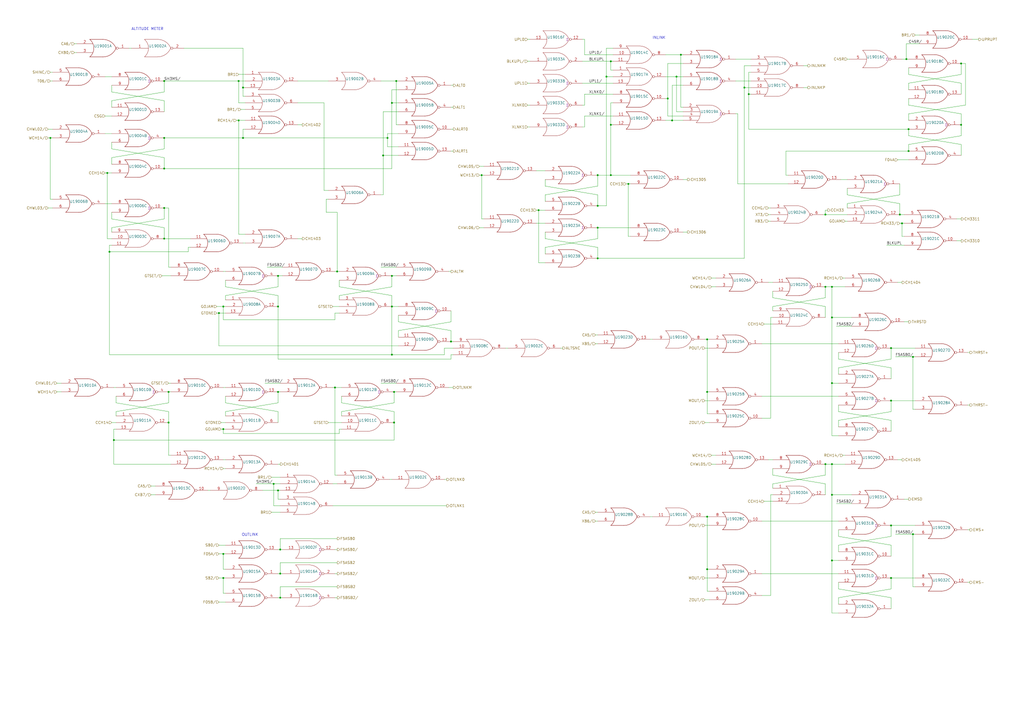
<source format=kicad_sch>
(kicad_sch (version 20211123) (generator eeschema)
  (paper "A2")
  (junction (at 138.43 46.99))
  (junction (at 529.59 309.88))
  (junction (at 224.79 80.01))
  (junction (at 63.5 146.05))
  (junction (at 95.25 46.99))
  (junction (at 222.25 90.17))
  (junction (at 389.89 69.85))
  (junction (at 346.71 132.08))
  (junction (at 161.29 284.48))
  (junction (at 351.79 44.45))
  (junction (at 158.75 280.67))
  (junction (at 62.23 100.33))
  (junction (at 527.05 87.63))
  (junction (at 410.21 227.33))
  (junction (at 161.29 160.02))
  (junction (at 431.8 50.8))
  (junction (at 161.29 177.8))
  (junction (at 346.71 149.86))
  (junction (at 227.33 160.02))
  (junction (at 392.43 44.45))
  (junction (at 410.21 330.2))
  (junction (at 194.31 224.79))
  (junction (at 482.6 287.02))
  (junction (at 129.54 335.28))
  (junction (at 482.6 269.24))
  (junction (at 29.21 80.01))
  (junction (at 95.25 138.43))
  (junction (at 527.05 74.93))
  (junction (at 97.79 245.11))
  (junction (at 478.79 166.37))
  (junction (at 410.21 299.72))
  (junction (at 66.04 255.27))
  (junction (at 482.6 222.25))
  (junction (at 229.87 46.99))
  (junction (at 138.43 69.85))
  (junction (at 516.89 335.28))
  (junction (at 127 181.61))
  (junction (at 227.33 177.8))
  (junction (at 261.62 198.12))
  (junction (at 557.53 36.83))
  (junction (at 516.89 232.41))
  (junction (at 482.6 325.12))
  (junction (at 482.6 184.15))
  (junction (at 346.71 101.6))
  (junction (at 227.33 205.74))
  (junction (at 279.4 101.6))
  (junction (at 478.79 269.24))
  (junction (at 523.24 129.54))
  (junction (at 525.78 34.29))
  (junction (at 129.54 177.8))
  (junction (at 228.6 245.11))
  (junction (at 195.58 157.48))
  (junction (at 557.53 72.39))
  (junction (at 346.71 119.38))
  (junction (at 228.6 227.33))
  (junction (at 410.21 196.85))
  (junction (at 129.54 321.31))
  (junction (at 95.25 97.79))
  (junction (at 434.34 54.61))
  (junction (at 97.79 227.33))
  (junction (at 529.59 207.01))
  (junction (at 354.33 72.39))
  (junction (at 364.49 106.68))
  (junction (at 354.33 101.6))
  (junction (at 161.29 227.33))
  (junction (at 95.25 80.01))
  (junction (at 162.56 346.71))
  (junction (at 140.97 80.01))
  (junction (at 227.33 59.69))
  (junction (at 140.97 50.8))
  (junction (at 354.33 35.56))
  (junction (at 312.42 121.92))
  (junction (at 162.56 318.77))
  (junction (at 516.89 304.8))
  (junction (at 482.6 166.37))
  (junction (at 478.79 124.46))
  (junction (at 129.54 248.92))
  (junction (at 162.56 332.74))
  (junction (at 394.97 31.75))
  (junction (at 387.35 57.15))
  (junction (at 521.97 124.46))
  (junction (at 516.89 201.93))
  (junction (at 95.25 120.65))
  (wire (pts (xy 339.09 60.96) (xy 337.82 60.96)))
  (wire (pts (xy 557.53 43.18) (xy 527.05 48.26)))
  (wire (pts (xy 194.31 157.48) (xy 195.58 157.48)))
  (wire (pts (xy 445.77 120.65) (xy 447.04 120.65)))
  (wire (pts (xy 441.96 242.57) (xy 447.04 242.57)))
  (wire (pts (xy 523.24 129.54) (xy 523.24 137.16)))
  (wire (pts (xy 448.31 177.8) (xy 448.31 180.34)))
  (wire (pts (xy 60.96 100.33) (xy 62.23 100.33)))
  (wire (pts (xy 339.09 60.96) (xy 339.09 54.61)))
  (wire (pts (xy 138.43 69.85) (xy 138.43 135.89)))
  (wire (pts (xy 527.05 186.69) (xy 524.51 186.69)))
  (wire (pts (xy 410.21 196.85) (xy 410.21 227.33)))
  (wire (pts (xy 521.97 118.11) (xy 521.97 124.46)))
  (wire (pts (xy 162.56 346.71) (xy 163.83 346.71)))
  (wire (pts (xy 477.52 124.46) (xy 478.79 124.46)))
  (wire (pts (xy 261.62 180.34) (xy 261.62 186.69)))
  (wire (pts (xy 224.79 80.01) (xy 224.79 85.09)))
  (wire (pts (xy 109.22 146.05) (xy 63.5 146.05)))
  (wire (pts (xy 482.6 222.25) (xy 482.6 252.73)))
  (wire (pts (xy 516.89 201.93) (xy 516.89 208.28)))
  (wire (pts (xy 162.56 318.77) (xy 163.83 318.77)))
  (wire (pts (xy 339.09 22.86) (xy 339.09 31.75)))
  (wire (pts (xy 162.56 332.74) (xy 163.83 332.74)))
  (wire (pts (xy 259.08 293.37) (xy 193.04 293.37)))
  (wire (pts (xy 346.71 107.95) (xy 316.23 113.03)))
  (wire (pts (xy 354.33 40.64) (xy 355.6 40.64)))
  (wire (pts (xy 408.94 299.72) (xy 410.21 299.72)))
  (wire (pts (xy 140.97 27.94) (xy 140.97 50.8)))
  (wire (pts (xy 64.77 86.36) (xy 64.77 82.55)))
  (wire (pts (xy 435.61 50.8) (xy 431.8 50.8)))
  (wire (pts (xy 482.6 325.12) (xy 486.41 325.12)))
  (wire (pts (xy 494.03 189.23) (xy 485.14 189.23)))
  (wire (pts (xy 74.93 27.94) (xy 76.2 27.94)))
  (wire (pts (xy 562.61 234.95) (xy 561.34 234.95)))
  (wire (pts (xy 187.96 59.69) (xy 172.72 59.69)))
  (wire (pts (xy 95.25 120.65) (xy 95.25 127)))
  (wire (pts (xy 66.04 248.92) (xy 66.04 255.27)))
  (wire (pts (xy 262.89 49.53) (xy 261.62 49.53)))
  (wire (pts (xy 311.15 121.92) (xy 312.42 121.92)))
  (wire (pts (xy 346.71 132.08) (xy 365.76 132.08)))
  (wire (pts (xy 486.41 208.28) (xy 516.89 213.36)))
  (wire (pts (xy 486.41 316.23) (xy 486.41 320.04)))
  (wire (pts (xy 354.33 59.69) (xy 354.33 72.39)))
  (wire (pts (xy 227.33 171.45) (xy 196.85 166.37)))
  (wire (pts (xy 95.25 138.43) (xy 110.49 138.43)))
  (wire (pts (xy 229.87 46.99) (xy 229.87 72.39)))
  (wire (pts (xy 415.29 269.24) (xy 412.75 269.24)))
  (wire (pts (xy 129.54 177.8) (xy 130.81 177.8)))
  (wire (pts (xy 262.89 87.63) (xy 261.62 87.63)))
  (wire (pts (xy 227.33 171.45) (xy 227.33 177.8)))
  (wire (pts (xy 337.82 22.86) (xy 339.09 22.86)))
  (wire (pts (xy 486.41 346.71) (xy 486.41 350.52)))
  (wire (pts (xy 261.62 208.28) (xy 161.29 208.28)))
  (wire (pts (xy 516.89 304.8) (xy 530.86 304.8)))
  (wire (pts (xy 427.99 66.04) (xy 427.99 106.68)))
  (wire (pts (xy 562.61 337.82) (xy 561.34 337.82)))
  (wire (pts (xy 227.33 59.69) (xy 227.33 97.79)))
  (wire (pts (xy 346.71 143.51) (xy 346.71 149.86)))
  (wire (pts (xy 396.24 104.14) (xy 398.78 104.14)))
  (wire (pts (xy 129.54 321.31) (xy 130.81 321.31)))
  (wire (pts (xy 138.43 46.99) (xy 138.43 59.69)))
  (wire (pts (xy 434.34 74.93) (xy 527.05 74.93)))
  (wire (pts (xy 95.25 64.77) (xy 95.25 58.42)))
  (wire (pts (xy 410.21 342.9) (xy 411.48 342.9)))
  (wire (pts (xy 64.77 58.42) (xy 64.77 62.23)))
  (wire (pts (xy 392.43 44.45) (xy 392.43 64.77)))
  (wire (pts (xy 346.71 132.08) (xy 346.71 138.43)))
  (wire (pts (xy 527.05 43.18) (xy 527.05 39.37)))
  (wire (pts (xy 441.96 199.39) (xy 486.41 199.39)))
  (wire (pts (xy 312.42 121.92) (xy 312.42 152.4)))
  (wire (pts (xy 278.13 101.6) (xy 279.4 101.6)))
  (wire (pts (xy 157.48 297.18) (xy 162.56 297.18)))
  (wire (pts (xy 527.05 60.96) (xy 527.05 57.15)))
  (wire (pts (xy 109.22 143.51) (xy 109.22 146.05)))
  (wire (pts (xy 63.5 205.74) (xy 227.33 205.74)))
  (wire (pts (xy 392.43 64.77) (xy 396.24 64.77)))
  (wire (pts (xy 408.94 347.98) (xy 411.48 347.98)))
  (wire (pts (xy 161.29 160.02) (xy 163.83 160.02)))
  (wire (pts (xy 523.24 34.29) (xy 525.78 34.29)))
  (wire (pts (xy 161.29 284.48) (xy 161.29 289.56)))
  (wire (pts (xy 231.14 186.69) (xy 231.14 182.88)))
  (wire (pts (xy 138.43 46.99) (xy 142.24 46.99)))
  (wire (pts (xy 195.58 157.48) (xy 195.58 123.19)))
  (wire (pts (xy 43.18 30.48) (xy 44.45 30.48)))
  (wire (pts (xy 278.13 132.08) (xy 280.67 132.08)))
  (wire (pts (xy 227.33 160.02) (xy 227.33 166.37)))
  (wire (pts (xy 60.96 77.47) (xy 64.77 77.47)))
  (wire (pts (xy 125.73 177.8) (xy 129.54 177.8)))
  (wire (pts (xy 394.97 62.23) (xy 396.24 62.23)))
  (wire (pts (xy 523.24 137.16) (xy 524.51 137.16)))
  (wire (pts (xy 161.29 177.8) (xy 161.29 208.28)))
  (wire (pts (xy 408.94 304.8) (xy 411.48 304.8)))
  (wire (pts (xy 228.6 238.76) (xy 198.12 233.68)))
  (wire (pts (xy 516.89 316.23) (xy 516.89 322.58)))
  (wire (pts (xy 140.97 140.97) (xy 142.24 140.97)))
  (wire (pts (xy 415.29 264.16) (xy 412.75 264.16)))
  (wire (pts (xy 560.07 60.96) (xy 560.07 36.83)))
  (wire (pts (xy 478.79 269.24) (xy 482.6 269.24)))
  (wire (pts (xy 66.04 248.92) (xy 67.31 248.92)))
  (wire (pts (xy 448.31 290.83) (xy 443.23 290.83)))
  (wire (pts (xy 410.21 299.72) (xy 410.21 330.2)))
  (wire (pts (xy 227.33 97.79) (xy 95.25 97.79)))
  (wire (pts (xy 140.97 50.8) (xy 140.97 55.88)))
  (wire (pts (xy 445.77 266.7) (xy 448.31 266.7)))
  (wire (pts (xy 426.72 46.99) (xy 435.61 46.99)))
  (wire (pts (xy 490.22 264.16) (xy 488.95 264.16)))
  (wire (pts (xy 161.29 166.37) (xy 130.81 171.45)))
  (wire (pts (xy 127 181.61) (xy 130.81 181.61)))
  (wire (pts (xy 129.54 185.42) (xy 194.31 185.42)))
  (wire (pts (xy 557.53 66.04) (xy 527.05 60.96)))
  (wire (pts (xy 128.27 245.11) (xy 130.81 245.11)))
  (wire (pts (xy 387.35 36.83) (xy 396.24 36.83)))
  (wire (pts (xy 519.43 309.88) (xy 529.59 309.88)))
  (wire (pts (xy 447.04 345.44) (xy 447.04 287.02)))
  (wire (pts (xy 494.03 287.02) (xy 482.6 287.02)))
  (wire (pts (xy 261.62 198.12) (xy 261.62 191.77)))
  (wire (pts (xy 60.96 67.31) (xy 64.77 67.31)))
  (wire (pts (xy 410.21 240.03) (xy 411.48 240.03)))
  (wire (pts (xy 312.42 121.92) (xy 316.23 121.92)))
  (wire (pts (xy 448.31 280.67) (xy 448.31 283.21)))
  (wire (pts (xy 224.79 77.47) (xy 224.79 80.01)))
  (wire (pts (xy 157.48 276.86) (xy 162.56 276.86)))
  (wire (pts (xy 354.33 35.56) (xy 354.33 40.64)))
  (wire (pts (xy 431.8 149.86) (xy 431.8 50.8)))
  (wire (pts (xy 426.72 66.04) (xy 427.99 66.04)))
  (wire (pts (xy 557.53 54.61) (xy 557.53 48.26)))
  (wire (pts (xy 148.59 280.67) (xy 158.75 280.67)))
  (wire (pts (xy 312.42 152.4) (xy 316.23 152.4)))
  (wire (pts (xy 339.09 54.61) (xy 355.6 54.61)))
  (wire (pts (xy 139.7 63.5) (xy 142.24 63.5)))
  (wire (pts (xy 130.81 166.37) (xy 130.81 162.56)))
  (wire (pts (xy 530.86 232.41) (xy 516.89 232.41)))
  (wire (pts (xy 434.34 41.91) (xy 434.34 54.61)))
  (wire (pts (xy 415.29 161.29) (xy 412.75 161.29)))
  (wire (pts (xy 95.25 132.08) (xy 64.77 127)))
  (wire (pts (xy 316.23 143.51) (xy 316.23 147.32)))
  (wire (pts (xy 261.62 157.48) (xy 260.35 157.48)))
  (wire (pts (xy 129.54 330.2) (xy 130.81 330.2)))
  (wire (pts (xy 560.07 36.83) (xy 557.53 36.83)))
  (wire (pts (xy 316.23 104.14) (xy 316.23 107.95)))
  (wire (pts (xy 306.07 22.86) (xy 307.34 22.86)))
  (wire (pts (xy 482.6 166.37) (xy 482.6 184.15)))
  (wire (pts (xy 490.22 128.27) (xy 491.49 128.27)))
  (wire (pts (xy 33.02 227.33) (xy 35.56 227.33)))
  (wire (pts (xy 346.71 297.18) (xy 345.44 297.18)))
  (wire (pts (xy 220.98 154.94) (xy 229.87 154.94)))
  (wire (pts (xy 152.4 284.48) (xy 161.29 284.48)))
  (wire (pts (xy 95.25 86.36) (xy 64.77 91.44)))
  (wire (pts (xy 519.43 207.01) (xy 529.59 207.01)))
  (wire (pts (xy 530.86 20.32) (xy 533.4 20.32)))
  (wire (pts (xy 279.4 127) (xy 280.67 127)))
  (wire (pts (xy 486.41 234.95) (xy 486.41 238.76)))
  (wire (pts (xy 441.96 345.44) (xy 447.04 345.44)))
  (wire (pts (xy 43.18 25.4) (xy 44.45 25.4)))
  (wire (pts (xy 227.33 52.07) (xy 231.14 52.07)))
  (wire (pts (xy 445.77 128.27) (xy 447.04 128.27)))
  (wire (pts (xy 27.94 80.01) (xy 29.21 80.01)))
  (wire (pts (xy 408.94 196.85) (xy 410.21 196.85)))
  (wire (pts (xy 311.15 129.54) (xy 316.23 129.54)))
  (wire (pts (xy 95.25 138.43) (xy 95.25 132.08)))
  (wire (pts (xy 567.69 22.86) (xy 563.88 22.86)))
  (wire (pts (xy 63.5 142.24) (xy 64.77 142.24)))
  (wire (pts (xy 434.34 54.61) (xy 434.34 74.93)))
  (wire (pts (xy 448.31 271.78) (xy 448.31 275.59)))
  (wire (pts (xy 162.56 318.77) (xy 162.56 312.42)))
  (wire (pts (xy 478.79 269.24) (xy 478.79 275.59)))
  (wire (pts (xy 491.49 113.03) (xy 521.97 118.11)))
  (wire (pts (xy 354.33 101.6) (xy 365.76 101.6)))
  (wire (pts (xy 99.06 160.02) (xy 93.98 160.02)))
  (wire (pts (xy 478.79 166.37) (xy 478.79 172.72)))
  (wire (pts (xy 231.14 64.77) (xy 222.25 64.77)))
  (wire (pts (xy 293.37 201.93) (xy 294.64 201.93)))
  (wire (pts (xy 445.77 163.83) (xy 448.31 163.83)))
  (wire (pts (xy 95.25 46.99) (xy 138.43 46.99)))
  (wire (pts (xy 408.94 232.41) (xy 411.48 232.41)))
  (wire (pts (xy 194.31 346.71) (xy 195.58 346.71)))
  (wire (pts (xy 29.21 80.01) (xy 30.48 80.01)))
  (wire (pts (xy 60.96 118.11) (xy 64.77 118.11)))
  (wire (pts (xy 128.27 248.92) (xy 129.54 248.92)))
  (wire (pts (xy 161.29 346.71) (xy 162.56 346.71)))
  (wire (pts (xy 486.41 238.76) (xy 516.89 243.84)))
  (wire (pts (xy 97.79 227.33) (xy 99.06 227.33)))
  (wire (pts (xy 487.68 104.14) (xy 491.49 104.14)))
  (wire (pts (xy 394.97 31.75) (xy 394.97 62.23)))
  (wire (pts (xy 486.41 243.84) (xy 486.41 247.65)))
  (wire (pts (xy 410.21 330.2) (xy 411.48 330.2)))
  (wire (pts (xy 262.89 62.23) (xy 261.62 62.23)))
  (wire (pts (xy 415.29 166.37) (xy 412.75 166.37)))
  (wire (pts (xy 195.58 157.48) (xy 196.85 157.48)))
  (wire (pts (xy 60.96 44.45) (xy 64.77 44.45)))
  (wire (pts (xy 490.22 161.29) (xy 488.95 161.29)))
  (wire (pts (xy 527.05 69.85) (xy 527.05 66.04)))
  (wire (pts (xy 158.75 280.67) (xy 158.75 293.37)))
  (wire (pts (xy 161.29 233.68) (xy 130.81 238.76)))
  (wire (pts (xy 127 316.23) (xy 130.81 316.23)))
  (wire (pts (xy 262.89 205.74) (xy 261.62 205.74)))
  (wire (pts (xy 346.71 101.6) (xy 346.71 107.95)))
  (wire (pts (xy 161.29 227.33) (xy 161.29 233.68)))
  (wire (pts (xy 261.62 191.77) (xy 231.14 186.69)))
  (wire (pts (xy 527.05 74.93) (xy 527.05 78.74)))
  (wire (pts (xy 175.26 138.43) (xy 172.72 138.43)))
  (wire (pts (xy 97.79 233.68) (xy 67.31 238.76)))
  (wire (pts (xy 138.43 69.85) (xy 142.24 69.85)))
  (wire (pts (xy 129.54 224.79) (xy 130.81 224.79)))
  (wire (pts (xy 491.49 109.22) (xy 491.49 113.03)))
  (wire (pts (xy 27.94 74.93) (xy 30.48 74.93)))
  (wire (pts (xy 557.53 139.7) (xy 554.99 139.7)))
  (wire (pts (xy 346.71 302.26) (xy 345.44 302.26)))
  (wire (pts (xy 363.22 106.68) (xy 364.49 106.68)))
  (wire (pts (xy 29.21 115.57) (xy 30.48 115.57)))
  (wire (pts (xy 529.59 207.01) (xy 530.86 207.01)))
  (wire (pts (xy 448.31 275.59) (xy 478.79 280.67)))
  (wire (pts (xy 261.62 205.74) (xy 261.62 208.28)))
  (wire (pts (xy 410.21 227.33) (xy 411.48 227.33)))
  (wire (pts (xy 427.99 106.68) (xy 457.2 106.68)))
  (wire (pts (xy 129.54 251.46) (xy 196.85 251.46)))
  (wire (pts (xy 64.77 53.34) (xy 64.77 49.53)))
  (wire (pts (xy 97.79 264.16) (xy 99.06 264.16)))
  (wire (pts (xy 194.31 181.61) (xy 196.85 181.61)))
  (wire (pts (xy 189.23 123.19) (xy 189.23 115.57)))
  (wire (pts (xy 224.79 77.47) (xy 231.14 77.47)))
  (wire (pts (xy 140.97 80.01) (xy 224.79 80.01)))
  (wire (pts (xy 529.59 207.01) (xy 529.59 237.49)))
  (wire (pts (xy 377.19 196.85) (xy 378.46 196.85)))
  (wire (pts (xy 478.79 121.92) (xy 480.06 121.92)))
  (wire (pts (xy 162.56 340.36) (xy 195.58 340.36)))
  (wire (pts (xy 130.81 171.45) (xy 130.81 173.99)))
  (wire (pts (xy 525.78 34.29) (xy 525.78 25.4)))
  (wire (pts (xy 95.25 120.65) (xy 97.79 120.65)))
  (wire (pts (xy 129.54 344.17) (xy 130.81 344.17)))
  (wire (pts (xy 478.79 166.37) (xy 482.6 166.37)))
  (wire (pts (xy 261.62 186.69) (xy 231.14 191.77)))
  (wire (pts (xy 448.31 172.72) (xy 478.79 177.8)))
  (wire (pts (xy 557.53 127) (xy 554.99 127)))
  (wire (pts (xy 190.5 110.49) (xy 187.96 110.49)))
  (wire (pts (xy 516.89 311.15) (xy 486.41 316.23)))
  (wire (pts (xy 482.6 184.15) (xy 482.6 222.25)))
  (wire (pts (xy 346.71 101.6) (xy 354.33 101.6)))
  (wire (pts (xy 66.04 269.24) (xy 99.06 269.24)))
  (wire (pts (xy 279.4 101.6) (xy 280.67 101.6)))
  (wire (pts (xy 326.39 201.93) (xy 325.12 201.93)))
  (wire (pts (xy 491.49 34.29) (xy 492.76 34.29)))
  (wire (pts (xy 194.31 224.79) (xy 198.12 224.79)))
  (wire (pts (xy 529.59 309.88) (xy 530.86 309.88)))
  (wire (pts (xy 557.53 48.26) (xy 527.05 43.18)))
  (wire (pts (xy 97.79 238.76) (xy 97.79 245.11)))
  (wire (pts (xy 466.09 38.1) (xy 468.63 38.1)))
  (wire (pts (xy 516.89 335.28) (xy 516.89 341.63)))
  (wire (pts (xy 87.63 281.94) (xy 90.17 281.94)))
  (wire (pts (xy 557.53 83.82) (xy 557.53 90.17)))
  (wire (pts (xy 161.29 227.33) (xy 162.56 227.33)))
  (wire (pts (xy 129.54 177.8) (xy 129.54 185.42)))
  (wire (pts (xy 279.4 101.6) (xy 279.4 127)))
  (wire (pts (xy 257.81 201.93) (xy 262.89 201.93)))
  (wire (pts (xy 130.81 233.68) (xy 130.81 229.87)))
  (wire (pts (xy 410.21 196.85) (xy 411.48 196.85)))
  (wire (pts (xy 346.71 138.43) (xy 316.23 143.51)))
  (wire (pts (xy 228.6 227.33) (xy 229.87 227.33)))
  (wire (pts (xy 95.25 46.99) (xy 95.25 53.34)))
  (wire (pts (xy 187.96 110.49) (xy 187.96 59.69)))
  (wire (pts (xy 62.23 138.43) (xy 64.77 138.43)))
  (wire (pts (xy 316.23 107.95) (xy 346.71 113.03)))
  (wire (pts (xy 339.09 67.31) (xy 355.6 67.31)))
  (wire (pts (xy 196.85 251.46) (xy 196.85 248.92)))
  (wire (pts (xy 262.89 74.93) (xy 261.62 74.93)))
  (wire (pts (xy 194.31 332.74) (xy 195.58 332.74)))
  (wire (pts (xy 194.31 224.79) (xy 194.31 275.59)))
  (wire (pts (xy 486.41 341.63) (xy 516.89 346.71)))
  (wire (pts (xy 491.49 118.11) (xy 491.49 120.65)))
  (wire (pts (xy 339.09 67.31) (xy 339.09 73.66)))
  (wire (pts (xy 337.82 48.26) (xy 355.6 48.26)))
  (wire (pts (xy 222.25 113.03) (xy 220.98 113.03)))
  (wire (pts (xy 95.25 127) (xy 64.77 132.08)))
  (wire (pts (xy 125.73 181.61) (xy 127 181.61)))
  (wire (pts (xy 227.33 177.8) (xy 227.33 205.74)))
  (wire (pts (xy 455.93 87.63) (xy 455.93 101.6)))
  (wire (pts (xy 410.21 299.72) (xy 411.48 299.72)))
  (wire (pts (xy 346.71 199.39) (xy 345.44 199.39)))
  (wire (pts (xy 229.87 72.39) (xy 231.14 72.39)))
  (wire (pts (xy 62.23 100.33) (xy 62.23 138.43)))
  (wire (pts (xy 127 200.66) (xy 231.14 200.66)))
  (wire (pts (xy 520.7 92.71) (xy 527.05 92.71)))
  (wire (pts (xy 482.6 287.02) (xy 482.6 325.12)))
  (wire (pts (xy 33.02 222.25) (xy 35.56 222.25)))
  (wire (pts (xy 127 349.25) (xy 130.81 349.25)))
  (wire (pts (xy 447.04 184.15) (xy 448.31 184.15)))
  (wire (pts (xy 516.89 243.84) (xy 516.89 250.19)))
  (wire (pts (xy 494.03 292.1) (xy 485.14 292.1)))
  (wire (pts (xy 64.77 91.44) (xy 64.77 95.25)))
  (wire (pts (xy 516.89 208.28) (xy 486.41 213.36)))
  (wire (pts (xy 129.54 321.31) (xy 129.54 330.2)))
  (wire (pts (xy 346.71 119.38) (xy 351.79 119.38)))
  (wire (pts (xy 163.83 154.94) (xy 154.94 154.94)))
  (wire (pts (xy 396.24 134.62) (xy 398.78 134.62)))
  (wire (pts (xy 198.12 238.76) (xy 198.12 241.3)))
  (wire (pts (xy 396.24 49.53) (xy 389.89 49.53)))
  (wire (pts (xy 354.33 35.56) (xy 355.6 35.56)))
  (wire (pts (xy 153.67 222.25) (xy 162.56 222.25)))
  (wire (pts (xy 130.81 238.76) (xy 130.81 241.3)))
  (wire (pts (xy 521.97 129.54) (xy 523.24 129.54)))
  (wire (pts (xy 227.33 177.8) (xy 231.14 177.8)))
  (wire (pts (xy 190.5 245.11) (xy 198.12 245.11)))
  (wire (pts (xy 220.98 222.25) (xy 229.87 222.25)))
  (wire (pts (xy 97.79 245.11) (xy 97.79 264.16)))
  (wire (pts (xy 67.31 238.76) (xy 67.31 241.3)))
  (wire (pts (xy 316.23 138.43) (xy 346.71 143.51)))
  (wire (pts (xy 306.07 48.26) (xy 307.34 48.26)))
  (wire (pts (xy 162.56 346.71) (xy 162.56 340.36)))
  (wire (pts (xy 351.79 27.94) (xy 351.79 44.45)))
  (wire (pts (xy 140.97 55.88) (xy 142.24 55.88)))
  (wire (pts (xy 95.25 91.44) (xy 64.77 86.36)))
  (wire (pts (xy 478.79 124.46) (xy 478.79 121.92)))
  (wire (pts (xy 441.96 302.26) (xy 486.41 302.26)))
  (wire (pts (xy 557.53 72.39) (xy 557.53 78.74)))
  (wire (pts (xy 316.23 113.03) (xy 316.23 116.84)))
  (wire (pts (xy 525.78 25.4) (xy 533.4 25.4)))
  (wire (pts (xy 523.24 163.83) (xy 520.7 163.83)))
  (wire (pts (xy 523.24 129.54) (xy 524.51 129.54)))
  (wire (pts (xy 97.79 227.33) (xy 97.79 233.68)))
  (wire (pts (xy 516.89 341.63) (xy 486.41 346.71)))
  (wire (pts (xy 441.96 229.87) (xy 486.41 229.87)))
  (wire (pts (xy 386.08 57.15) (xy 387.35 57.15)))
  (wire (pts (xy 448.31 187.96) (xy 443.23 187.96)))
  (wire (pts (xy 161.29 318.77) (xy 162.56 318.77)))
  (wire (pts (xy 377.19 299.72) (xy 378.46 299.72)))
  (wire (pts (xy 129.54 248.92) (xy 130.81 248.92)))
  (wire (pts (xy 527.05 78.74) (xy 557.53 83.82)))
  (wire (pts (xy 95.25 53.34) (xy 64.77 58.42)))
  (wire (pts (xy 557.53 78.74) (xy 527.05 83.82)))
  (wire (pts (xy 127 335.28) (xy 129.54 335.28)))
  (wire (pts (xy 346.71 194.31) (xy 345.44 194.31)))
  (wire (pts (xy 441.96 332.74) (xy 486.41 332.74)))
  (wire (pts (xy 193.04 224.79) (xy 194.31 224.79)))
  (wire (pts (xy 529.59 309.88) (xy 529.59 340.36)))
  (wire (pts (xy 224.79 85.09) (xy 231.14 85.09)))
  (wire (pts (xy 175.26 72.39) (xy 172.72 72.39)))
  (wire (pts (xy 527.05 87.63) (xy 455.93 87.63)))
  (wire (pts (xy 389.89 49.53) (xy 389.89 69.85)))
  (wire (pts (xy 494.03 184.15) (xy 482.6 184.15)))
  (wire (pts (xy 64.77 132.08) (xy 64.77 134.62)))
  (wire (pts (xy 316.23 134.62) (xy 316.23 138.43)))
  (wire (pts (xy 161.29 238.76) (xy 130.81 233.68)))
  (wire (pts (xy 386.08 69.85) (xy 389.89 69.85)))
  (wire (pts (xy 455.93 101.6) (xy 457.2 101.6)))
  (wire (pts (xy 516.89 346.71) (xy 516.89 353.06)))
  (wire (pts (xy 482.6 269.24) (xy 482.6 287.02)))
  (wire (pts (xy 364.49 106.68) (xy 365.76 106.68)))
  (wire (pts (xy 278.13 96.52) (xy 280.67 96.52)))
  (wire (pts (xy 138.43 135.89) (xy 142.24 135.89)))
  (wire (pts (xy 527.05 289.56) (xy 524.51 289.56)))
  (wire (pts (xy 161.29 238.76) (xy 161.29 245.11)))
  (wire (pts (xy 486.41 307.34) (xy 486.41 311.15)))
  (wire (pts (xy 445.77 124.46) (xy 447.04 124.46)))
  (wire (pts (xy 447.04 242.57) (xy 447.04 184.15)))
  (wire (pts (xy 514.35 142.24) (xy 524.51 142.24)))
  (wire (pts (xy 527.05 66.04) (xy 560.07 60.96)))
  (wire (pts (xy 387.35 36.83) (xy 387.35 57.15)))
  (wire (pts (xy 142.24 74.93) (xy 140.97 74.93)))
  (wire (pts (xy 351.79 44.45) (xy 351.79 119.38)))
  (wire (pts (xy 227.33 52.07) (xy 227.33 59.69)))
  (wire (pts (xy 229.87 46.99) (xy 231.14 46.99)))
  (wire (pts (xy 478.79 280.67) (xy 478.79 287.02)))
  (wire (pts (xy 337.82 35.56) (xy 354.33 35.56)))
  (wire (pts (xy 29.21 46.99) (xy 30.48 46.99)))
  (wire (pts (xy 95.25 58.42) (xy 64.77 53.34)))
  (wire (pts (xy 431.8 38.1) (xy 435.61 38.1)))
  (wire (pts (xy 259.08 278.13) (xy 257.81 278.13)))
  (wire (pts (xy 228.6 245.11) (xy 228.6 255.27)))
  (wire (pts (xy 516.89 232.41) (xy 516.89 238.76)))
  (wire (pts (xy 311.15 99.06) (xy 316.23 99.06)))
  (wire (pts (xy 231.14 59.69) (xy 227.33 59.69)))
  (wire (pts (xy 408.94 245.11) (xy 411.48 245.11)))
  (wire (pts (xy 227.33 205.74) (xy 257.81 205.74)))
  (wire (pts (xy 482.6 325.12) (xy 482.6 355.6)))
  (wire (pts (xy 346.71 113.03) (xy 346.71 119.38)))
  (wire (pts (xy 196.85 166.37) (xy 196.85 162.56)))
  (wire (pts (xy 364.49 137.16) (xy 365.76 137.16)))
  (wire (pts (xy 527.05 83.82) (xy 527.05 87.63)))
  (wire (pts (xy 137.16 69.85) (xy 138.43 69.85)))
  (wire (pts (xy 29.21 41.91) (xy 30.48 41.91)))
  (wire (pts (xy 161.29 269.24) (xy 162.56 269.24)))
  (wire (pts (xy 64.77 245.11) (xy 67.31 245.11)))
  (wire (pts (xy 364.49 106.68) (xy 364.49 137.16)))
  (wire (pts (xy 434.34 54.61) (xy 435.61 54.61)))
  (wire (pts (xy 478.79 172.72) (xy 448.31 177.8)))
  (wire (pts (xy 529.59 340.36) (xy 530.86 340.36)))
  (wire (pts (xy 140.97 74.93) (xy 140.97 80.01)))
  (wire (pts (xy 29.21 80.01) (xy 29.21 115.57)))
  (wire (pts (xy 523.24 266.7) (xy 520.7 266.7)))
  (wire (pts (xy 129.54 157.48) (xy 130.81 157.48)))
  (wire (pts (xy 486.41 204.47) (xy 486.41 208.28)))
  (wire (pts (xy 261.62 198.12) (xy 262.89 198.12)))
  (wire (pts (xy 516.89 201.93) (xy 530.86 201.93)))
  (wire (pts (xy 62.23 100.33) (xy 64.77 100.33)))
  (wire (pts (xy 97.79 222.25) (xy 99.06 222.25)))
  (wire (pts (xy 228.6 255.27) (xy 66.04 255.27)))
  (wire (pts (xy 482.6 222.25) (xy 486.41 222.25)))
  (wire (pts (xy 195.58 123.19) (xy 189.23 123.19)))
  (wire (pts (xy 222.25 90.17) (xy 231.14 90.17)))
  (wire (pts (xy 138.43 43.18) (xy 142.24 43.18)))
  (wire (pts (xy 228.6 227.33) (xy 228.6 233.68)))
  (wire (pts (xy 527.05 48.26) (xy 527.05 52.07)))
  (wire (pts (xy 557.53 36.83) (xy 557.53 43.18)))
  (wire (pts (xy 120.65 284.48) (xy 121.92 284.48)))
  (wire (pts (xy 410.21 330.2) (xy 410.21 342.9)))
  (wire (pts (xy 158.75 293.37) (xy 162.56 293.37)))
  (wire (pts (xy 478.79 177.8) (xy 478.79 184.15)))
  (wire (pts (xy 162.56 332.74) (xy 162.56 326.39)))
  (wire (pts (xy 106.68 27.94) (xy 140.97 27.94)))
  (wire (pts (xy 482.6 252.73) (xy 486.41 252.73)))
  (wire (pts (xy 196.85 177.8) (xy 193.04 177.8)))
  (wire (pts (xy 227.33 160.02) (xy 229.87 160.02)))
  (wire (pts (xy 521.97 124.46) (xy 524.51 124.46)))
  (wire (pts (xy 257.81 205.74) (xy 257.81 201.93)))
  (wire (pts (xy 408.94 335.28) (xy 411.48 335.28)))
  (wire (pts (xy 339.09 73.66) (xy 337.82 73.66)))
  (wire (pts (xy 129.54 248.92) (xy 129.54 251.46)))
  (wire (pts (xy 194.31 318.77) (xy 195.58 318.77)))
  (wire (pts (xy 562.61 204.47) (xy 561.34 204.47)))
  (wire (pts (xy 355.6 59.69) (xy 354.33 59.69)))
  (wire (pts (xy 140.97 50.8) (xy 142.24 50.8)))
  (wire (pts (xy 521.97 113.03) (xy 491.49 118.11)))
  (wire (pts (xy 127 321.31) (xy 129.54 321.31)))
  (wire (pts (xy 63.5 142.24) (xy 63.5 146.05)))
  (wire (pts (xy 431.8 50.8) (xy 431.8 38.1)))
  (wire (pts (xy 189.23 115.57) (xy 190.5 115.57)))
  (wire (pts (xy 448.31 168.91) (xy 448.31 172.72)))
  (wire (pts (xy 392.43 44.45) (xy 396.24 44.45)))
  (wire (pts (xy 127 181.61) (xy 127 200.66)))
  (wire (pts (xy 161.29 332.74) (xy 162.56 332.74)))
  (wire (pts (xy 162.56 312.42) (xy 195.58 312.42)))
  (wire (pts (xy 129.54 266.7) (xy 130.81 266.7)))
  (wire (pts (xy 408.94 201.93) (xy 411.48 201.93)))
  (wire (pts (xy 354.33 72.39) (xy 355.6 72.39)))
  (wire (pts (xy 516.89 213.36) (xy 516.89 219.71)))
  (wire (pts (xy 220.98 46.99) (xy 229.87 46.99)))
  (wire (pts (xy 387.35 67.31) (xy 396.24 67.31)))
  (wire (pts (xy 196.85 171.45) (xy 196.85 173.99)))
  (wire (pts (xy 562.61 307.34) (xy 561.34 307.34)))
  (wire (pts (xy 196.85 248.92) (xy 198.12 248.92)))
  (wire (pts (xy 161.29 171.45) (xy 161.29 177.8)))
  (wire (pts (xy 346.71 149.86) (xy 431.8 149.86)))
  (wire (pts (xy 110.49 143.51) (xy 109.22 143.51)))
  (wire (pts (xy 227.33 166.37) (xy 196.85 171.45)))
  (wire (pts (xy 339.09 31.75) (xy 355.6 31.75)))
  (wire (pts (xy 162.56 326.39) (xy 195.58 326.39)))
  (wire (pts (xy 97.79 120.65) (xy 97.79 154.94)))
  (wire (pts (xy 521.97 106.68) (xy 521.97 113.03)))
  (wire (pts (xy 486.41 311.15) (xy 516.89 316.23)))
  (wire (pts (xy 95.25 80.01) (xy 95.25 86.36)))
  (wire (pts (xy 482.6 355.6) (xy 486.41 355.6)))
  (wire (pts (xy 525.78 34.29) (xy 527.05 34.29)))
  (wire (pts (xy 228.6 238.76) (xy 228.6 245.11)))
  (wire (pts (xy 198.12 233.68) (xy 198.12 229.87)))
  (wire (pts (xy 161.29 284.48) (xy 162.56 284.48)))
  (wire (pts (xy 354.33 72.39) (xy 354.33 101.6)))
  (wire (pts (xy 194.31 185.42) (xy 194.31 181.61)))
  (wire (pts (xy 387.35 57.15) (xy 387.35 67.31)))
  (wire (pts (xy 434.34 41.91) (xy 435.61 41.91)))
  (wire (pts (xy 129.54 271.78) (xy 130.81 271.78)))
  (wire (pts (xy 129.54 335.28) (xy 130.81 335.28)))
  (wire (pts (xy 161.29 289.56) (xy 162.56 289.56)))
  (wire (pts (xy 478.79 124.46) (xy 491.49 124.46)))
  (wire (pts (xy 172.72 46.99) (xy 190.5 46.99)))
  (wire (pts (xy 306.07 73.66) (xy 307.34 73.66)))
  (wire (pts (xy 66.04 224.79) (xy 67.31 224.79)))
  (wire (pts (xy 394.97 31.75) (xy 396.24 31.75)))
  (wire (pts (xy 482.6 166.37) (xy 490.22 166.37)))
  (wire (pts (xy 447.04 287.02) (xy 448.31 287.02)))
  (wire (pts (xy 231.14 191.77) (xy 231.14 195.58)))
  (wire (pts (xy 486.41 337.82) (xy 486.41 341.63)))
  (wire (pts (xy 97.79 238.76) (xy 67.31 233.68)))
  (wire (pts (xy 478.79 275.59) (xy 448.31 280.67)))
  (wire (pts (xy 194.31 275.59) (xy 195.58 275.59)))
  (wire (pts (xy 27.94 120.65) (xy 30.48 120.65)))
  (wire (pts (xy 426.72 34.29) (xy 435.61 34.29)))
  (wire (pts (xy 67.31 233.68) (xy 67.31 229.87)))
  (wire (pts (xy 355.6 27.94) (xy 351.79 27.94)))
  (wire (pts (xy 66.04 255.27) (xy 66.04 269.24)))
  (wire (pts (xy 386.08 44.45) (xy 392.43 44.45)))
  (wire (pts (xy 306.07 35.56) (xy 307.34 35.56)))
  (wire (pts (xy 95.25 80.01) (xy 140.97 80.01)))
  (wire (pts (xy 226.06 278.13) (xy 227.33 278.13)))
  (wire (pts (xy 557.53 66.04) (xy 557.53 72.39)))
  (wire (pts (xy 129.54 335.28) (xy 129.54 344.17)))
  (wire (pts (xy 161.29 160.02) (xy 161.29 166.37)))
  (wire (pts (xy 529.59 237.49) (xy 530.86 237.49)))
  (wire (pts (xy 97.79 154.94) (xy 99.06 154.94)))
  (wire (pts (xy 260.35 224.79) (xy 262.89 224.79)))
  (wire (pts (xy 516.89 304.8) (xy 516.89 311.15)))
  (wire (pts (xy 64.77 127) (xy 64.77 123.19)))
  (wire (pts (xy 466.09 50.8) (xy 468.63 50.8)))
  (wire (pts (xy 355.6 44.45) (xy 351.79 44.45)))
  (wire (pts (xy 222.25 90.17) (xy 222.25 113.03)))
  (wire (pts (xy 389.89 69.85) (xy 396.24 69.85)))
  (wire (pts (xy 161.29 171.45) (xy 130.81 166.37)))
  (wire (pts (xy 482.6 269.24) (xy 490.22 269.24)))
  (wire (pts (xy 63.5 146.05) (xy 63.5 205.74)))
  (wire (pts (xy 138.43 59.69) (xy 142.24 59.69)))
  (wire (pts (xy 193.04 280.67) (xy 195.58 280.67)))
  (wire (pts (xy 516.89 238.76) (xy 486.41 243.84)))
  (wire (pts (xy 306.07 60.96) (xy 307.34 60.96)))
  (wire (pts (xy 386.08 31.75) (xy 394.97 31.75)))
  (wire (pts (xy 158.75 280.67) (xy 162.56 280.67)))
  (wire (pts (xy 486.41 213.36) (xy 486.41 217.17)))
  (wire (pts (xy 95.25 97.79) (xy 95.25 91.44)))
  (wire (pts (xy 87.63 287.02) (xy 90.17 287.02)))
  (wire (pts (xy 530.86 335.28) (xy 516.89 335.28)))
  (wire (pts (xy 222.25 64.77) (xy 222.25 90.17)))
  (wire (pts (xy 410.21 227.33) (xy 410.21 240.03)))
  (wire (pts (xy 228.6 233.68) (xy 198.12 238.76)))
  (text "INLINK" (at 386.08 22.86 180) (effects (font (size 1.524 1.524)) (justify right bottom)))
  (text "OUTLINK" (at 149.86 311.15 180) (effects (font (size 1.524 1.524)) (justify right bottom)))
  (text "ALTITUDE METER" (at 76.2 17.78 0) (effects (font (size 1.524 1.524)) (justify left bottom)))
  (label "UPL0/" (at 341.63 31.75 0) (effects (font (size 1.524 1.524))))
  (label "C45R/" (at 527.05 25.4 0) (effects (font (size 1.524 1.524))))
  (label "F5ASB2/" (at 154.94 154.94 0) (effects (font (size 1.524 1.524))))
  (label "SH3MS/" (at 148.59 280.67 0) (effects (font (size 1.524 1.524))))
  (label "F5ASB2/" (at 485.14 189.23 0) (effects (font (size 1.524 1.524))))
  (label "F5ASB0/" (at 220.98 222.25 0) (effects (font (size 1.524 1.524))))
  (label "F5ASB0/" (at 220.98 154.94 0) (effects (font (size 1.524 1.524))))
  (label "F5ASB0/" (at 519.43 309.88 0) (effects (font (size 1.524 1.524))))
  (label "F5ASB2/" (at 153.67 222.25 0) (effects (font (size 1.524 1.524))))
  (label "XLNK0/" (at 341.63 54.61 0) (effects (font (size 1.524 1.524))))
  (label "F5ASB2/" (at 485.14 292.1 0) (effects (font (size 1.524 1.524))))
  (label "BLKUPL" (at 514.35 142.24 0) (effects (font (size 1.524 1.524))))
  (label "SH3MS/" (at 95.25 46.99 0) (effects (font (size 1.524 1.524))))
  (label "XLNK1/" (at 341.63 67.31 0) (effects (font (size 1.524 1.524))))
  (label "UPL1/" (at 341.63 48.26 0) (effects (font (size 1.524 1.524))))
  (label "BLKUPL" (at 341.63 35.56 0) (effects (font (size 1.524 1.524))))
  (label "F5ASB0/" (at 519.43 207.01 0) (effects (font (size 1.524 1.524))))
  (hierarchical_label "CHWL04/" (shape input) (at 412.75 166.37 180) (effects (font (size 1.524 1.524))))
  (hierarchical_label "CCH13" (shape input) (at 363.22 106.68 180) (effects (font (size 1.524 1.524))))
  (hierarchical_label "MOUT/" (shape input) (at 408.94 335.28 180) (effects (font (size 1.524 1.524))))
  (hierarchical_label "GOJAM" (shape input) (at 128.27 248.92 180) (effects (font (size 1.524 1.524))))
  (hierarchical_label "THRST-" (shape output) (at 562.61 234.95 0) (effects (font (size 1.524 1.524))))
  (hierarchical_label "RCH14/" (shape input) (at 137.16 69.85 180) (effects (font (size 1.524 1.524))))
  (hierarchical_label "CH1402" (shape output) (at 175.26 72.39 0) (effects (font (size 1.524 1.524))))
  (hierarchical_label "XB3/" (shape input) (at 445.77 128.27 180) (effects (font (size 1.524 1.524))))
  (hierarchical_label "SB2/" (shape input) (at 127 335.28 180) (effects (font (size 1.524 1.524))))
  (hierarchical_label "CCHG/" (shape input) (at 445.77 120.65 180) (effects (font (size 1.524 1.524))))
  (hierarchical_label "RCH33/" (shape input) (at 521.97 129.54 180) (effects (font (size 1.524 1.524))))
  (hierarchical_label "UPL0" (shape input) (at 306.07 22.86 180) (effects (font (size 1.524 1.524))))
  (hierarchical_label "BR1" (shape input) (at 138.43 43.18 180) (effects (font (size 1.524 1.524))))
  (hierarchical_label "RCH14/" (shape input) (at 129.54 271.78 180) (effects (font (size 1.524 1.524))))
  (hierarchical_label "CHWL01/" (shape input) (at 33.02 222.25 180) (effects (font (size 1.524 1.524))))
  (hierarchical_label "GOJAM" (shape input) (at 490.22 128.27 180) (effects (font (size 1.524 1.524))))
  (hierarchical_label "ALTM" (shape output) (at 261.62 157.48 0) (effects (font (size 1.524 1.524))))
  (hierarchical_label "CH1403" (shape output) (at 175.26 138.43 0) (effects (font (size 1.524 1.524))))
  (hierarchical_label "BR1" (shape input) (at 157.48 297.18 180) (effects (font (size 1.524 1.524))))
  (hierarchical_label "UPL1" (shape input) (at 306.07 48.26 180) (effects (font (size 1.524 1.524))))
  (hierarchical_label "CHWL05/" (shape input) (at 278.13 96.52 180) (effects (font (size 1.524 1.524))))
  (hierarchical_label "GTONE" (shape input) (at 125.73 181.61 180) (effects (font (size 1.524 1.524))))
  (hierarchical_label "CHWL05/" (shape input) (at 412.75 269.24 180) (effects (font (size 1.524 1.524))))
  (hierarchical_label "GOJAM" (shape input) (at 125.73 177.8 180) (effects (font (size 1.524 1.524))))
  (hierarchical_label "XLNK1" (shape input) (at 306.07 73.66 180) (effects (font (size 1.524 1.524))))
  (hierarchical_label "CH3310" (shape output) (at 557.53 139.7 0) (effects (font (size 1.524 1.524))))
  (hierarchical_label "CA5/" (shape input) (at 345.44 297.18 180) (effects (font (size 1.524 1.524))))
  (hierarchical_label "F5BSB2" (shape output) (at 195.58 340.36 0) (effects (font (size 1.524 1.524))))
  (hierarchical_label "F05A/" (shape input) (at 127 321.31 180) (effects (font (size 1.524 1.524))))
  (hierarchical_label "F04A" (shape input) (at 520.7 92.71 180) (effects (font (size 1.524 1.524))))
  (hierarchical_label "RCH14/" (shape input) (at 488.95 264.16 180) (effects (font (size 1.524 1.524))))
  (hierarchical_label "OTLNKM" (shape output) (at 262.89 224.79 0) (effects (font (size 1.524 1.524))))
  (hierarchical_label "WCH14/" (shape input) (at 27.94 80.01 180) (effects (font (size 1.524 1.524))))
  (hierarchical_label "CH1405" (shape output) (at 523.24 266.7 0) (effects (font (size 1.524 1.524))))
  (hierarchical_label "CCH13" (shape input) (at 311.15 121.92 180) (effects (font (size 1.524 1.524))))
  (hierarchical_label "WCH14/" (shape input) (at 412.75 264.16 180) (effects (font (size 1.524 1.524))))
  (hierarchical_label "THRST+" (shape output) (at 562.61 204.47 0) (effects (font (size 1.524 1.524))))
  (hierarchical_label "RCH14/" (shape input) (at 488.95 161.29 180) (effects (font (size 1.524 1.524))))
  (hierarchical_label "CH3311" (shape output) (at 557.53 127 0) (effects (font (size 1.524 1.524))))
  (hierarchical_label "BR1/" (shape input) (at 139.7 63.5 180) (effects (font (size 1.524 1.524))))
  (hierarchical_label "XLNK0" (shape input) (at 306.07 60.96 180) (effects (font (size 1.524 1.524))))
  (hierarchical_label "CSG" (shape input) (at 60.96 67.31 180) (effects (font (size 1.524 1.524))))
  (hierarchical_label "SHINC/" (shape input) (at 29.21 41.91 180) (effects (font (size 1.524 1.524))))
  (hierarchical_label "INLNKP" (shape output) (at 468.63 50.8 0) (effects (font (size 1.524 1.524))))
  (hierarchical_label "ALRT1" (shape output) (at 262.89 87.63 0) (effects (font (size 1.524 1.524))))
  (hierarchical_label "CCH33" (shape output) (at 480.06 121.92 0) (effects (font (size 1.524 1.524))))
  (hierarchical_label "OTLNK0" (shape output) (at 259.08 278.13 0) (effects (font (size 1.524 1.524))))
  (hierarchical_label "CA6/" (shape input) (at 43.18 25.4 180) (effects (font (size 1.524 1.524))))
  (hierarchical_label "EMS+" (shape output) (at 562.61 307.34 0) (effects (font (size 1.524 1.524))))
  (hierarchical_label "ZOUT/" (shape input) (at 408.94 347.98 180) (effects (font (size 1.524 1.524))))
  (hierarchical_label "WCH14/" (shape input) (at 33.02 227.33 180) (effects (font (size 1.524 1.524))))
  (hierarchical_label "F05B/" (shape input) (at 127 349.25 180) (effects (font (size 1.524 1.524))))
  (hierarchical_label "CH1306" (shape output) (at 398.78 134.62 0) (effects (font (size 1.524 1.524))))
  (hierarchical_label "XT3/" (shape input) (at 445.77 124.46 180) (effects (font (size 1.524 1.524))))
  (hierarchical_label "THRSTD" (shape output) (at 527.05 186.69 0) (effects (font (size 1.524 1.524))))
  (hierarchical_label "GTONE" (shape input) (at 128.27 245.11 180) (effects (font (size 1.524 1.524))))
  (hierarchical_label "ALRT0" (shape output) (at 262.89 74.93 0) (effects (font (size 1.524 1.524))))
  (hierarchical_label "GTSET" (shape input) (at 193.04 177.8 180) (effects (font (size 1.524 1.524))))
  (hierarchical_label "CH1305" (shape output) (at 398.78 104.14 0) (effects (font (size 1.524 1.524))))
  (hierarchical_label "T06/" (shape input) (at 29.21 46.99 180) (effects (font (size 1.524 1.524))))
  (hierarchical_label "CH1404" (shape output) (at 523.24 163.83 0) (effects (font (size 1.524 1.524))))
  (hierarchical_label "POUT/" (shape input) (at 408.94 201.93 180) (effects (font (size 1.524 1.524))))
  (hierarchical_label "EMSD" (shape output) (at 527.05 289.56 0) (effects (font (size 1.524 1.524))))
  (hierarchical_label "ZOUT/" (shape input) (at 408.94 245.11 180) (effects (font (size 1.524 1.524))))
  (hierarchical_label "CCH14" (shape input) (at 64.77 245.11 180) (effects (font (size 1.524 1.524))))
  (hierarchical_label "ALT0" (shape output) (at 262.89 49.53 0) (effects (font (size 1.524 1.524))))
  (hierarchical_label "ALTSNC" (shape output) (at 326.39 201.93 0) (effects (font (size 1.524 1.524))))
  (hierarchical_label "INLNKM" (shape output) (at 468.63 38.1 0) (effects (font (size 1.524 1.524))))
  (hierarchical_label "CH1401" (shape output) (at 162.56 269.24 0) (effects (font (size 1.524 1.524))))
  (hierarchical_label "XB6/" (shape input) (at 345.44 302.26 180) (effects (font (size 1.524 1.524))))
  (hierarchical_label "BR1/" (shape input) (at 157.48 276.86 180) (effects (font (size 1.524 1.524))))
  (hierarchical_label "GTSET/" (shape input) (at 97.79 222.25 180) (effects (font (size 1.524 1.524))))
  (hierarchical_label "SB0/" (shape input) (at 127 316.23 180) (effects (font (size 1.524 1.524))))
  (hierarchical_label "CA5/" (shape input) (at 345.44 194.31 180) (effects (font (size 1.524 1.524))))
  (hierarchical_label "F5BSB2/" (shape output) (at 195.58 346.71 0) (effects (font (size 1.524 1.524))))
  (hierarchical_label "CCH14" (shape input) (at 443.23 290.83 180) (effects (font (size 1.524 1.524))))
  (hierarchical_label "OTLNK1" (shape output) (at 259.08 293.37 0) (effects (font (size 1.524 1.524))))
  (hierarchical_label "MOUT/" (shape input) (at 408.94 232.41 180) (effects (font (size 1.524 1.524))))
  (hierarchical_label "CHWL03/" (shape input) (at 27.94 120.65 180) (effects (font (size 1.524 1.524))))
  (hierarchical_label "CA5/" (shape input) (at 87.63 281.94 180) (effects (font (size 1.524 1.524))))
  (hierarchical_label "GTSET/" (shape input) (at 93.98 160.02 180) (effects (font (size 1.524 1.524))))
  (hierarchical_label "CHWL06/" (shape input) (at 278.13 132.08 180) (effects (font (size 1.524 1.524))))
  (hierarchical_label "F5ASB2" (shape output) (at 195.58 326.39 0) (effects (font (size 1.524 1.524))))
  (hierarchical_label "EMS-" (shape output) (at 562.61 337.82 0) (effects (font (size 1.524 1.524))))
  (hierarchical_label "F5ASB0/" (shape output) (at 195.58 318.77 0) (effects (font (size 1.524 1.524))))
  (hierarchical_label "CCH14" (shape input) (at 443.23 187.96 180) (effects (font (size 1.524 1.524))))
  (hierarchical_label "CXB0/" (shape input) (at 43.18 30.48 180) (effects (font (size 1.524 1.524))))
  (hierarchical_label "C45R" (shape input) (at 491.49 34.29 180) (effects (font (size 1.524 1.524))))
  (hierarchical_label "BLKUPL/" (shape input) (at 306.07 35.56 180) (effects (font (size 1.524 1.524))))
  (hierarchical_label "CHWL02/" (shape input) (at 27.94 74.93 180) (effects (font (size 1.524 1.524))))
  (hierarchical_label "CXB7/" (shape input) (at 87.63 287.02 180) (effects (font (size 1.524 1.524))))
  (hierarchical_label "ALT1" (shape output) (at 262.89 62.23 0) (effects (font (size 1.524 1.524))))
  (hierarchical_label "BR1/" (shape input) (at 530.86 20.32 180) (effects (font (size 1.524 1.524))))
  (hierarchical_label "UPRUPT" (shape output) (at 567.69 22.86 0) (effects (font (size 1.524 1.524))))
  (hierarchical_label "XB5/" (shape input) (at 345.44 199.39 180) (effects (font (size 1.524 1.524))))
  (hierarchical_label "GTSET" (shape input) (at 190.5 245.11 180) (effects (font (size 1.524 1.524))))
  (hierarchical_label "F5ASB2/" (shape output) (at 195.58 332.74 0) (effects (font (size 1.524 1.524))))
  (hierarchical_label "F5ASB0" (shape output) (at 195.58 312.42 0) (effects (font (size 1.524 1.524))))
  (hierarchical_label "WCH14/" (shape input) (at 412.75 161.29 180) (effects (font (size 1.524 1.524))))
  (hierarchical_label "POUT/" (shape input) (at 408.94 304.8 180) (effects (font (size 1.524 1.524))))
  (hierarchical_label "WCH13/" (shape input) (at 278.13 101.6 180) (effects (font (size 1.524 1.524))))
  (hierarchical_label "CCH14" (shape input) (at 60.96 100.33 180) (effects (font (size 1.524 1.524))))
  (symbol (lib_id "agc_kicad_components:74HC02") (at 59.69 27.94 0) (unit 1)
    (property "Reference" "U19001" (at 59.69 26.67 0) (effects (font (size 1.524 1.524))))
  )
  (symbol (lib_id "agc_kicad_components:74HC04") (at 91.44 27.94 0) (unit 1)
    (property "Reference" "U19002" (at 91.44 26.67 0) (effects (font (size 1.524 1.524))))
  )
  (symbol (lib_id "agc_kicad_components:74HC02") (at 45.72 44.45 0) (unit 2)
    (property "Reference" "U19001" (at 45.72 43.18 0) (effects (font (size 1.524 1.524))))
  )
  (symbol (lib_id "agc_kicad_components:74HC02") (at 80.01 46.99 0) (unit 3)
    (property "Reference" "U19001" (at 80.01 45.72 0) (effects (font (size 1.524 1.524))))
    (property "Initial" "1" (at 86.36 46.99 0) (effects (font (size 1.524 1.524) italic)))
  )
  (symbol (lib_id "agc_kicad_components:74HC02") (at 80.01 64.77 0) (unit 4)
    (property "Reference" "U19001" (at 80.01 63.5 0) (effects (font (size 1.524 1.524))))
  )
  (symbol (lib_id "agc_kicad_components:74HC27") (at 157.48 46.99 0) (unit 1)
    (property "Reference" "U19003" (at 157.48 45.72 0) (effects (font (size 1.524 1.524))))
  )
  (symbol (lib_id "agc_kicad_components:74HC27") (at 157.48 59.69 0) (unit 2)
    (property "Reference" "U19003" (at 157.48 58.42 0) (effects (font (size 1.524 1.524))))
  )
  (symbol (lib_id "agc_kicad_components:74HC04") (at 205.74 46.99 0) (unit 2)
    (property "Reference" "U19002" (at 205.74 45.72 0) (effects (font (size 1.524 1.524))))
  )
  (symbol (lib_id "agc_kicad_components:74HC02") (at 45.72 77.47 0) (unit 1)
    (property "Reference" "U19004" (at 45.72 76.2 0) (effects (font (size 1.524 1.524))))
  )
  (symbol (lib_id "agc_kicad_components:74HC02") (at 80.01 80.01 0) (unit 2)
    (property "Reference" "U19004" (at 80.01 78.74 0) (effects (font (size 1.524 1.524))))
    (property "Initial" "1" (at 86.36 80.01 0) (effects (font (size 1.524 1.524) italic)))
  )
  (symbol (lib_id "agc_kicad_components:74HC02") (at 80.01 97.79 0) (unit 3)
    (property "Reference" "U19004" (at 80.01 96.52 0) (effects (font (size 1.524 1.524))))
  )
  (symbol (lib_id "agc_kicad_components:74HC02") (at 157.48 72.39 0) (unit 4)
    (property "Reference" "U19004" (at 157.48 71.12 0) (effects (font (size 1.524 1.524))))
  )
  (symbol (lib_id "agc_kicad_components:74HC02") (at 246.38 49.53 0) (unit 1)
    (property "Reference" "U19005" (at 246.38 48.26 0) (effects (font (size 1.524 1.524))))
  )
  (symbol (lib_id "agc_kicad_components:74HC02") (at 246.38 62.23 0) (unit 2)
    (property "Reference" "U19005" (at 246.38 60.96 0) (effects (font (size 1.524 1.524))))
  )
  (symbol (lib_id "agc_kicad_components:74HC02") (at 246.38 74.93 0) (unit 3)
    (property "Reference" "U19005" (at 246.38 73.66 0) (effects (font (size 1.524 1.524))))
  )
  (symbol (lib_id "agc_kicad_components:74HC02") (at 246.38 87.63 0) (unit 4)
    (property "Reference" "U19005" (at 246.38 86.36 0) (effects (font (size 1.524 1.524))))
  )
  (symbol (lib_id "agc_kicad_components:74HC02") (at 205.74 113.03 0) (unit 1)
    (property "Reference" "U19006" (at 205.74 111.76 0) (effects (font (size 1.524 1.524))))
  )
  (symbol (lib_id "agc_kicad_components:74HC02") (at 45.72 118.11 0) (unit 2)
    (property "Reference" "U19006" (at 45.72 116.84 0) (effects (font (size 1.524 1.524))))
  )
  (symbol (lib_id "agc_kicad_components:74HC02") (at 80.01 120.65 0) (unit 3)
    (property "Reference" "U19006" (at 80.01 119.38 0) (effects (font (size 1.524 1.524))))
    (property "Initial" "1" (at 86.36 120.65 0) (effects (font (size 1.524 1.524) italic)))
  )
  (symbol (lib_id "agc_kicad_components:74HC27") (at 80.01 138.43 0) (unit 3)
    (property "Reference" "U19003" (at 80.01 137.16 0) (effects (font (size 1.524 1.524))))
  )
  (symbol (lib_id "agc_kicad_components:74HC02") (at 125.73 140.97 0) (unit 4)
    (property "Reference" "U19006" (at 125.73 139.7 0) (effects (font (size 1.524 1.524))))
  )
  (symbol (lib_id "agc_kicad_components:74HC02") (at 157.48 138.43 0) (unit 1)
    (property "Reference" "U19007" (at 157.48 137.16 0) (effects (font (size 1.524 1.524))))
  )
  (symbol (lib_id "agc_kicad_components:74HC02") (at 146.05 160.02 0) (unit 2)
    (property "Reference" "U19007" (at 146.05 158.75 0) (effects (font (size 1.524 1.524))))
    (property "Initial" "1" (at 152.4 160.02 0) (effects (font (size 1.524 1.524) italic)))
  )
  (symbol (lib_id "agc_kicad_components:74HC27") (at 146.05 177.8 0) (unit 1)
    (property "Reference" "U19008" (at 146.05 176.53 0) (effects (font (size 1.524 1.524))))
  )
  (symbol (lib_id "agc_kicad_components:74HC02") (at 114.3 157.48 0) (unit 3)
    (property "Reference" "U19007" (at 114.3 156.21 0) (effects (font (size 1.524 1.524))))
  )
  (symbol (lib_id "agc_kicad_components:74HC02") (at 179.07 157.48 0) (unit 4)
    (property "Reference" "U19007" (at 179.07 156.21 0) (effects (font (size 1.524 1.524))))
  )
  (symbol (lib_id "agc_kicad_components:74HC02") (at 212.09 160.02 0) (unit 1)
    (property "Reference" "U19009" (at 212.09 158.75 0) (effects (font (size 1.524 1.524))))
    (property "Initial" "1" (at 218.44 160.02 0) (effects (font (size 1.524 1.524) italic)))
  )
  (symbol (lib_id "agc_kicad_components:74HC27") (at 212.09 177.8 0) (unit 2)
    (property "Reference" "U19008" (at 212.09 176.53 0) (effects (font (size 1.524 1.524))))
  )
  (symbol (lib_id "agc_kicad_components:74HC02") (at 245.11 157.48 0) (unit 2)
    (property "Reference" "U19009" (at 245.11 156.21 0) (effects (font (size 1.524 1.524))))
  )
  (symbol (lib_id "agc_kicad_components:74HC02") (at 246.38 180.34 0) (unit 3)
    (property "Reference" "U19009" (at 246.38 179.07 0) (effects (font (size 1.524 1.524))))
    (property "Initial" "1" (at 252.73 180.34 0) (effects (font (size 1.524 1.524) italic)))
  )
  (symbol (lib_id "agc_kicad_components:74HC02") (at 246.38 198.12 0) (unit 4)
    (property "Reference" "U19009" (at 246.38 196.85 0) (effects (font (size 1.524 1.524))))
  )
  (symbol (lib_id "agc_kicad_components:74HC27") (at 278.13 201.93 0) (unit 3)
    (property "Reference" "U19008" (at 278.13 200.66 0) (effects (font (size 1.524 1.524))))
  )
  (symbol (lib_id "agc_kicad_components:74HC04") (at 309.88 201.93 0) (unit 3)
    (property "Reference" "U19002" (at 309.88 200.66 0) (effects (font (size 1.524 1.524))))
  )
  (symbol (lib_id "agc_kicad_components:74HC02") (at 50.8 224.79 0) (unit 1)
    (property "Reference" "U19010" (at 50.8 223.52 0) (effects (font (size 1.524 1.524))))
  )
  (symbol (lib_id "agc_kicad_components:74HC02") (at 82.55 227.33 0) (unit 2)
    (property "Reference" "U19010" (at 82.55 226.06 0) (effects (font (size 1.524 1.524))))
    (property "Initial" "1" (at 88.9 227.33 0) (effects (font (size 1.524 1.524) italic)))
  )
  (symbol (lib_id "agc_kicad_components:74HC27") (at 82.55 245.11 0) (unit 1)
    (property "Reference" "U19011" (at 82.55 243.84 0) (effects (font (size 1.524 1.524))))
  )
  (symbol (lib_id "agc_kicad_components:74HC02") (at 114.3 224.79 0) (unit 3)
    (property "Reference" "U19010" (at 114.3 223.52 0) (effects (font (size 1.524 1.524))))
  )
  (symbol (lib_id "agc_kicad_components:74HC02") (at 146.05 227.33 0) (unit 4)
    (property "Reference" "U19010" (at 146.05 226.06 0) (effects (font (size 1.524 1.524))))
    (property "Initial" "1" (at 152.4 227.33 0) (effects (font (size 1.524 1.524) italic)))
  )
  (symbol (lib_id "agc_kicad_components:74HC27") (at 146.05 245.11 0) (unit 2)
    (property "Reference" "U19011" (at 146.05 243.84 0) (effects (font (size 1.524 1.524))))
  )
  (symbol (lib_id "agc_kicad_components:74HC02") (at 177.8 224.79 0) (unit 1)
    (property "Reference" "U19012" (at 177.8 223.52 0) (effects (font (size 1.524 1.524))))
  )
  (symbol (lib_id "agc_kicad_components:74HC02") (at 213.36 227.33 0) (unit 2)
    (property "Reference" "U19012" (at 213.36 226.06 0) (effects (font (size 1.524 1.524))))
    (property "Initial" "1" (at 219.71 227.33 0) (effects (font (size 1.524 1.524) italic)))
  )
  (symbol (lib_id "agc_kicad_components:74HC27") (at 213.36 245.11 0) (unit 3)
    (property "Reference" "U19011" (at 213.36 243.84 0) (effects (font (size 1.524 1.524))))
  )
  (symbol (lib_id "agc_kicad_components:74HC02") (at 245.11 224.79 0) (unit 3)
    (property "Reference" "U19012" (at 245.11 223.52 0) (effects (font (size 1.524 1.524))))
  )
  (symbol (lib_id "agc_kicad_components:74HC02") (at 114.3 266.7 0) (unit 4)
    (property "Reference" "U19012" (at 114.3 265.43 0) (effects (font (size 1.524 1.524))))
  )
  (symbol (lib_id "agc_kicad_components:74HC02") (at 146.05 269.24 0) (unit 1)
    (property "Reference" "U19013" (at 146.05 267.97 0) (effects (font (size 1.524 1.524))))
  )
  (symbol (lib_id "agc_kicad_components:74HC02") (at 210.82 278.13 0) (unit 2)
    (property "Reference" "U19013" (at 210.82 276.86 0) (effects (font (size 1.524 1.524))))
  )
  (symbol (lib_id "agc_kicad_components:74HC27") (at 177.8 280.67 0) (unit 1)
    (property "Reference" "U19014" (at 177.8 279.4 0) (effects (font (size 1.524 1.524))))
  )
  (symbol (lib_id "agc_kicad_components:74HC04") (at 137.16 284.48 0) (unit 4)
    (property "Reference" "U19002" (at 137.16 283.21 0) (effects (font (size 1.524 1.524))))
  )
  (symbol (lib_id "agc_kicad_components:74HC02") (at 105.41 284.48 0) (unit 3)
    (property "Reference" "U19013" (at 105.41 283.21 0) (effects (font (size 1.524 1.524))))
  )
  (symbol (lib_id "agc_kicad_components:74HC27") (at 177.8 293.37 0) (unit 2)
    (property "Reference" "U19014" (at 177.8 292.1 0) (effects (font (size 1.524 1.524))))
  )
  (symbol (lib_id "agc_kicad_components:74HC04") (at 242.57 278.13 0) (unit 5)
    (property "Reference" "U19002" (at 242.57 276.86 0) (effects (font (size 1.524 1.524))))
  )
  (symbol (lib_id "agc_kicad_components:74HC02") (at 146.05 318.77 0) (unit 4)
    (property "Reference" "U19013" (at 146.05 317.5 0) (effects (font (size 1.524 1.524))))
  )
  (symbol (lib_id "agc_kicad_components:74HC04") (at 179.07 318.77 0) (unit 6)
    (property "Reference" "U19002" (at 179.07 317.5 0) (effects (font (size 1.524 1.524))))
    (property "Initial" "1" (at 185.42 318.77 0) (effects (font (size 1.524 1.524) italic)))
  )
  (symbol (lib_id "agc_kicad_components:74HC02") (at 146.05 332.74 0) (unit 1)
    (property "Reference" "U19015" (at 146.05 331.47 0) (effects (font (size 1.524 1.524))))
  )
  (symbol (lib_id "agc_kicad_components:74HC04") (at 179.07 332.74 0) (unit 1)
    (property "Reference" "U19016" (at 179.07 331.47 0) (effects (font (size 1.524 1.524))))
    (property "Initial" "1" (at 185.42 332.74 0) (effects (font (size 1.524 1.524) italic)))
  )
  (symbol (lib_id "agc_kicad_components:74HC02") (at 146.05 346.71 0) (unit 2)
    (property "Reference" "U19015" (at 146.05 345.44 0) (effects (font (size 1.524 1.524))))
  )
  (symbol (lib_id "agc_kicad_components:74HC04") (at 179.07 346.71 0) (unit 2)
    (property "Reference" "U19016" (at 179.07 345.44 0) (effects (font (size 1.524 1.524))))
    (property "Initial" "1" (at 185.42 346.71 0) (effects (font (size 1.524 1.524) italic)))
  )
  (symbol (lib_id "agc_kicad_components:74HC27") (at 370.84 31.75 0) (unit 3)
    (property "Reference" "U19014" (at 370.84 30.48 0) (effects (font (size 1.524 1.524))))
  )
  (symbol (lib_id "agc_kicad_components:74HC27") (at 370.84 44.45 0) (unit 1)
    (property "Reference" "U19017" (at 370.84 43.18 0) (effects (font (size 1.524 1.524))))
  )
  (symbol (lib_id "agc_kicad_components:74HC02") (at 370.84 57.15 0) (unit 3)
    (property "Reference" "U19015" (at 370.84 55.88 0) (effects (font (size 1.524 1.524))))
  )
  (symbol (lib_id "agc_kicad_components:74HC02") (at 370.84 69.85 0) (unit 4)
    (property "Reference" "U19015" (at 370.84 68.58 0) (effects (font (size 1.524 1.524))))
  )
  (symbol (lib_id "agc_kicad_components:74HC02") (at 411.48 34.29 0) (unit 1)
    (property "Reference" "U19018" (at 411.48 33.02 0) (effects (font (size 1.524 1.524))))
    (property "Initial" "1" (at 417.83 34.29 0) (effects (font (size 1.524 1.524) italic)))
  )
  (symbol (lib_id "agc_kicad_components:74HC02") (at 411.48 46.99 0) (unit 2)
    (property "Reference" "U19018" (at 411.48 45.72 0) (effects (font (size 1.524 1.524))))
    (property "Initial" "1" (at 417.83 46.99 0) (effects (font (size 1.524 1.524) italic)))
  )
  (symbol (lib_id "agc_kicad_components:74HC4002") (at 411.48 66.04 0) (unit 1)
    (property "Reference" "U19019" (at 411.48 64.77 0) (effects (font (size 1.524 1.524))))
    (property "Initial" "1" (at 417.83 66.04 0) (effects (font (size 1.524 1.524) italic)))
  )
  (symbol (lib_id "agc_kicad_components:74HC27") (at 450.85 38.1 0) (unit 2)
    (property "Reference" "U19017" (at 450.85 36.83 0) (effects (font (size 1.524 1.524))))
  )
  (symbol (lib_id "agc_kicad_components:74HC27") (at 450.85 50.8 0) (unit 3)
    (property "Reference" "U19017" (at 450.85 49.53 0) (effects (font (size 1.524 1.524))))
  )
  (symbol (lib_id "agc_kicad_components:74HC04") (at 508 34.29 0) (unit 3)
    (property "Reference" "U19016" (at 508 33.02 0) (effects (font (size 1.524 1.524))))
    (property "Initial" "1" (at 514.35 34.29 0) (effects (font (size 1.524 1.524) italic)))
  )
  (symbol (lib_id "agc_kicad_components:74HC02") (at 542.29 36.83 0) (unit 3)
    (property "Reference" "U19018" (at 542.29 35.56 0) (effects (font (size 1.524 1.524))))
  )
  (symbol (lib_id "agc_kicad_components:74HC02") (at 542.29 54.61 0) (unit 4)
    (property "Reference" "U19018" (at 542.29 53.34 0) (effects (font (size 1.524 1.524))))
  )
  (symbol (lib_id "agc_kicad_components:74HC02") (at 542.29 72.39 0) (unit 1)
    (property "Reference" "U19020" (at 542.29 71.12 0) (effects (font (size 1.524 1.524))))
    (property "Initial" "1" (at 548.64 72.39 0) (effects (font (size 1.524 1.524) italic)))
  )
  (symbol (lib_id "agc_kicad_components:74HC02") (at 542.29 90.17 0) (unit 2)
    (property "Reference" "U19020" (at 542.29 88.9 0) (effects (font (size 1.524 1.524))))
  )
  (symbol (lib_id "agc_kicad_components:74HC02") (at 548.64 22.86 0) (unit 3)
    (property "Reference" "U19020" (at 548.64 21.59 0) (effects (font (size 1.524 1.524))))
  )
  (symbol (lib_id "agc_kicad_components:74HC02") (at 472.44 104.14 0) (unit 4)
    (property "Reference" "U19020" (at 472.44 102.87 0) (effects (font (size 1.524 1.524))))
  )
  (symbol (lib_id "agc_kicad_components:74HC02") (at 506.73 106.68 0) (unit 1)
    (property "Reference" "U19021" (at 506.73 105.41 0) (effects (font (size 1.524 1.524))))
    (property "Initial" "1" (at 513.08 106.68 0) (effects (font (size 1.524 1.524) italic)))
  )
  (symbol (lib_id "agc_kicad_components:74HC27") (at 506.73 124.46 0) (unit 1)
    (property "Reference" "U19024" (at 506.73 123.19 0) (effects (font (size 1.524 1.524))))
  )
  (symbol (lib_id "agc_kicad_components:74HC27") (at 462.28 124.46 0) (unit 2)
    (property "Reference" "U19024" (at 462.28 123.19 0) (effects (font (size 1.524 1.524))))
  )
  (symbol (lib_id "agc_kicad_components:74HC02") (at 539.75 127 0) (unit 2)
    (property "Reference" "U19021" (at 539.75 125.73 0) (effects (font (size 1.524 1.524))))
  )
  (symbol (lib_id "agc_kicad_components:74HC02") (at 539.75 139.7 0) (unit 3)
    (property "Reference" "U19021" (at 539.75 138.43 0) (effects (font (size 1.524 1.524))))
  )
  (symbol (lib_id "agc_kicad_components:74HC02") (at 295.91 99.06 0) (unit 4)
    (property "Reference" "U19021" (at 295.91 97.79 0) (effects (font (size 1.524 1.524))))
  )
  (symbol (lib_id "agc_kicad_components:74HC02") (at 331.47 101.6 0) (unit 1)
    (property "Reference" "U19022" (at 331.47 100.33 0) (effects (font (size 1.524 1.524))))
    (property "Initial" "1" (at 337.82 101.6 0) (effects (font (size 1.524 1.524) italic)))
  )
  (symbol (lib_id "agc_kicad_components:74HC02") (at 331.47 119.38 0) (unit 2)
    (property "Reference" "U19022" (at 331.47 118.11 0) (effects (font (size 1.524 1.524))))
  )
  (symbol (lib_id "agc_kicad_components:74HC02") (at 381 104.14 0) (unit 3)
    (property "Reference" "U19022" (at 381 102.87 0) (effects (font (size 1.524 1.524))))
  )
  (symbol (lib_id "agc_kicad_components:74HC02") (at 295.91 129.54 0) (unit 4)
    (property "Reference" "U19022" (at 295.91 128.27 0) (effects (font (size 1.524 1.524))))
  )
  (symbol (lib_id "agc_kicad_components:74HC02") (at 331.47 132.08 0) (unit 1)
    (property "Reference" "U19023" (at 331.47 130.81 0) (effects (font (size 1.524 1.524))))
    (property "Initial" "1" (at 337.82 132.08 0) (effects (font (size 1.524 1.524) italic)))
  )
  (symbol (lib_id "agc_kicad_components:74HC02") (at 331.47 149.86 0) (unit 2)
    (property "Reference" "U19023" (at 331.47 148.59 0) (effects (font (size 1.524 1.524))))
  )
  (symbol (lib_id "agc_kicad_components:74HC02") (at 381 134.62 0) (unit 3)
    (property "Reference" "U19023" (at 381 133.35 0) (effects (font (size 1.524 1.524))))
  )
  (symbol (lib_id "agc_kicad_components:74HC02") (at 361.95 196.85 0) (unit 4)
    (property "Reference" "U19023" (at 361.95 195.58 0) (effects (font (size 1.524 1.524))))
  )
  (symbol (lib_id "agc_kicad_components:74HC02") (at 463.55 166.37 0) (unit 4)
    (property "Reference" "U19025" (at 463.55 165.1 0) (effects (font (size 1.524 1.524))))
    (property "Initial" "1" (at 469.9 166.37 0) (effects (font (size 1.524 1.524) italic)))
  )
  (symbol (lib_id "agc_kicad_components:74HC27") (at 463.55 184.15 0) (unit 3)
    (property "Reference" "U19024" (at 463.55 182.88 0) (effects (font (size 1.524 1.524))))
  )
  (symbol (lib_id "agc_kicad_components:74HC02") (at 430.53 163.83 0) (unit 1)
    (property "Reference" "U19026" (at 430.53 162.56 0) (effects (font (size 1.524 1.524))))
  )
  (symbol (lib_id "agc_kicad_components:74HC04") (at 393.7 196.85 0) (unit 4)
    (property "Reference" "U19016" (at 393.7 195.58 0) (effects (font (size 1.524 1.524))))
  )
  (symbol (lib_id "agc_kicad_components:74HC02") (at 426.72 199.39 0) (unit 1)
    (property "Reference" "U19025" (at 426.72 198.12 0) (effects (font (size 1.524 1.524))))
  )
  (symbol (lib_id "agc_kicad_components:74HC02") (at 426.72 229.87 0) (unit 2)
    (property "Reference" "U19025" (at 426.72 228.6 0) (effects (font (size 1.524 1.524))))
  )
  (symbol (lib_id "agc_kicad_components:74HC02") (at 426.72 242.57 0) (unit 3)
    (property "Reference" "U19025" (at 426.72 241.3 0) (effects (font (size 1.524 1.524))))
  )
  (symbol (lib_id "agc_kicad_components:74HC02") (at 505.46 163.83 0) (unit 2)
    (property "Reference" "U19026" (at 505.46 162.56 0) (effects (font (size 1.524 1.524))))
  )
  (symbol (lib_id "agc_kicad_components:74HC02") (at 509.27 186.69 0) (unit 3)
    (property "Reference" "U19026" (at 509.27 185.42 0) (effects (font (size 1.524 1.524))))
  )
  (symbol (lib_id "agc_kicad_components:74HC02") (at 501.65 219.71 0) (unit 1)
    (property "Reference" "U19027" (at 501.65 218.44 0) (effects (font (size 1.524 1.524))))
  )
  (symbol (lib_id "agc_kicad_components:74HC02") (at 501.65 201.93 0) (unit 4)
    (property "Reference" "U19026" (at 501.65 200.66 0) (effects (font (size 1.524 1.524))))
    (property "Initial" "1" (at 508 201.93 0) (effects (font (size 1.524 1.524) italic)))
  )
  (symbol (lib_id "agc_kicad_components:74HC02") (at 501.65 250.19 0) (unit 3)
    (property "Reference" "U19027" (at 501.65 248.92 0) (effects (font (size 1.524 1.524))))
  )
  (symbol (lib_id "agc_kicad_components:74HC02") (at 501.65 232.41 0) (unit 2)
    (property "Reference" "U19027" (at 501.65 231.14 0) (effects (font (size 1.524 1.524))))
    (property "Initial" "1" (at 508 232.41 0) (effects (font (size 1.524 1.524) italic)))
  )
  (symbol (lib_id "agc_kicad_components:74HC02") (at 546.1 204.47 0) (unit 4)
    (property "Reference" "U19027" (at 546.1 203.2 0) (effects (font (size 1.524 1.524))))
  )
  (symbol (lib_id "agc_kicad_components:74HC02") (at 546.1 234.95 0) (unit 1)
    (property "Reference" "U19028" (at 546.1 233.68 0) (effects (font (size 1.524 1.524))))
  )
  (symbol (lib_id "agc_kicad_components:74HC02") (at 361.95 299.72 0) (unit 2)
    (property "Reference" "U19028" (at 361.95 298.45 0) (effects (font (size 1.524 1.524))))
  )
  (symbol (lib_id "agc_kicad_components:74HC02") (at 463.55 269.24 0) (unit 3)
    (property "Reference" "U19029" (at 463.55 267.97 0) (effects (font (size 1.524 1.524))))
    (property "Initial" "1" (at 469.9 269.24 0) (effects (font (size 1.524 1.524) italic)))
  )
  (symbol (lib_id "agc_kicad_components:74HC27") (at 463.55 287.02 0) (unit 1)
    (property "Reference" "U19030" (at 463.55 285.75 0) (effects (font (size 1.524 1.524))))
  )
  (symbol (lib_id "agc_kicad_components:74HC02") (at 430.53 266.7 0) (unit 4)
    (property "Reference" "U19028" (at 430.53 265.43 0) (effects (font (size 1.524 1.524))))
  )
  (symbol (lib_id "agc_kicad_components:74HC04") (at 393.7 299.72 0) (unit 5)
    (property "Reference" "U19016" (at 393.7 298.45 0) (effects (font (size 1.524 1.524))))
  )
  (symbol (lib_id "agc_kicad_components:74HC02") (at 426.72 302.26 0) (unit 3)
    (property "Reference" "U19028" (at 426.72 300.99 0) (effects (font (size 1.524 1.524))))
  )
  (symbol (lib_id "agc_kicad_components:74HC02") (at 426.72 332.74 0) (unit 1)
    (property "Reference" "U19029" (at 426.72 331.47 0) (effects (font (size 1.524 1.524))))
  )
  (symbol (lib_id "agc_kicad_components:74HC02") (at 426.72 345.44 0) (unit 2)
    (property "Reference" "U19029" (at 426.72 344.17 0) (effects (font (size 1.524 1.524))))
  )
  (symbol (lib_id "agc_kicad_components:74HC02") (at 505.46 266.7 0) (unit 4)
    (property "Reference" "U19029" (at 505.46 265.43 0) (effects (font (size 1.524 1.524))))
  )
  (symbol (lib_id "agc_kicad_components:74HC02") (at 509.27 289.56 0) (unit 1)
    (property "Reference" "U19031" (at 509.27 288.29 0) (effects (font (size 1.524 1.524))))
  )
  (symbol (lib_id "agc_kicad_components:74HC02") (at 501.65 322.58 0) (unit 3)
    (property "Reference" "U19031" (at 501.65 321.31 0) (effects (font (size 1.524 1.524))))
  )
  (symbol (lib_id "agc_kicad_components:74HC02") (at 501.65 304.8 0) (unit 2)
    (property "Reference" "U19031" (at 501.65 303.53 0) (effects (font (size 1.524 1.524))))
    (property "Initial" "1" (at 508 304.8 0) (effects (font (size 1.524 1.524) italic)))
  )
  (symbol (lib_id "agc_kicad_components:74HC02") (at 501.65 353.06 0) (unit 1)
    (property "Reference" "U19032" (at 501.65 351.79 0) (effects (font (size 1.524 1.524))))
  )
  (symbol (lib_id "agc_kicad_components:74HC02") (at 501.65 335.28 0) (unit 4)
    (property "Reference" "U19031" (at 501.65 334.01 0) (effects (font (size 1.524 1.524))))
    (property "Initial" "1" (at 508 335.28 0) (effects (font (size 1.524 1.524) italic)))
  )
  (symbol (lib_id "agc_kicad_components:74HC02") (at 546.1 307.34 0) (unit 2)
    (property "Reference" "U19032" (at 546.1 306.07 0) (effects (font (size 1.524 1.524))))
  )
  (symbol (lib_id "agc_kicad_components:74HC02") (at 546.1 337.82 0) (unit 3)
    (property "Reference" "U19032" (at 546.1 336.55 0) (effects (font (size 1.524 1.524))))
  )
  (symbol (lib_id "agc_kicad_components:74HC04") (at 322.58 22.86 0) (unit 6)
    (property "Reference" "U19016" (at 322.58 21.59 0) (effects (font (size 1.524 1.524))))
    (property "Initial" "1" (at 328.93 22.86 0) (effects (font (size 1.524 1.524) italic)))
  )
  (symbol (lib_id "agc_kicad_components:74HC04") (at 322.58 35.56 0) (unit 1)
    (property "Reference" "U19033" (at 322.58 34.29 0) (effects (font (size 1.524 1.524))))
  )
  (symbol (lib_id "agc_kicad_components:74HC04") (at 322.58 48.26 0) (unit 2)
    (property "Reference" "U19033" (at 322.58 46.99 0) (effects (font (size 1.524 1.524))))
    (property "Initial" "1" (at 328.93 48.26 0) (effects (font (size 1.524 1.524) italic)))
  )
  (symbol (lib_id "agc_kicad_components:74HC04") (at 322.58 60.96 0) (unit 3)
    (property "Reference" "U19033" (at 322.58 59.69 0) (effects (font (size 1.524 1.524))))
    (property "Initial" "1" (at 328.93 60.96 0) (effects (font (size 1.524 1.524) italic)))
  )
  (symbol (lib_id "agc_kicad_components:74HC04") (at 322.58 73.66 0) (unit 4)
    (property "Reference" "U19033" (at 322.58 72.39 0) (effects (font (size 1.524 1.524))))
    (property "Initial" "1" (at 328.93 73.66 0) (effects (font (size 1.524 1.524) italic)))
  )
)
</source>
